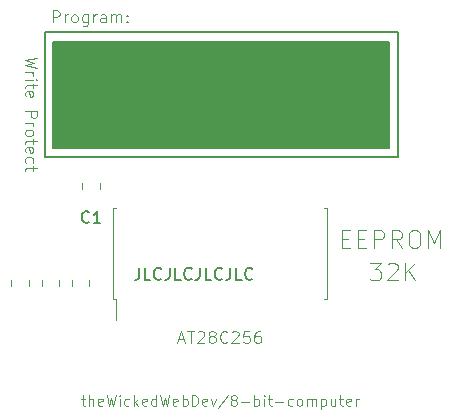
<source format=gbr>
%TF.GenerationSoftware,KiCad,Pcbnew,(6.0.0-0)*%
%TF.CreationDate,2022-02-10T00:31:09-05:00*%
%TF.ProjectId,ROM-Cartridge,524f4d2d-4361-4727-9472-696467652e6b,rev?*%
%TF.SameCoordinates,Original*%
%TF.FileFunction,Legend,Top*%
%TF.FilePolarity,Positive*%
%FSLAX46Y46*%
G04 Gerber Fmt 4.6, Leading zero omitted, Abs format (unit mm)*
G04 Created by KiCad (PCBNEW (6.0.0-0)) date 2022-02-10 00:31:09*
%MOMM*%
%LPD*%
G01*
G04 APERTURE LIST*
%ADD10C,0.100000*%
%ADD11C,0.150000*%
%ADD12C,0.120000*%
G04 APERTURE END LIST*
D10*
X105507619Y-88138095D02*
X104507619Y-88376190D01*
X105221904Y-88566666D01*
X104507619Y-88757142D01*
X105507619Y-88995238D01*
X104507619Y-89376190D02*
X105174285Y-89376190D01*
X104983809Y-89376190D02*
X105079047Y-89423809D01*
X105126666Y-89471428D01*
X105174285Y-89566666D01*
X105174285Y-89661904D01*
X104507619Y-89995238D02*
X105174285Y-89995238D01*
X105507619Y-89995238D02*
X105460000Y-89947619D01*
X105412380Y-89995238D01*
X105460000Y-90042857D01*
X105507619Y-89995238D01*
X105412380Y-89995238D01*
X105174285Y-90328571D02*
X105174285Y-90709523D01*
X105507619Y-90471428D02*
X104650476Y-90471428D01*
X104555238Y-90519047D01*
X104507619Y-90614285D01*
X104507619Y-90709523D01*
X104555238Y-91423809D02*
X104507619Y-91328571D01*
X104507619Y-91138095D01*
X104555238Y-91042857D01*
X104650476Y-90995238D01*
X105031428Y-90995238D01*
X105126666Y-91042857D01*
X105174285Y-91138095D01*
X105174285Y-91328571D01*
X105126666Y-91423809D01*
X105031428Y-91471428D01*
X104936190Y-91471428D01*
X104840952Y-90995238D01*
X104507619Y-92661904D02*
X105507619Y-92661904D01*
X105507619Y-93042857D01*
X105460000Y-93138095D01*
X105412380Y-93185714D01*
X105317142Y-93233333D01*
X105174285Y-93233333D01*
X105079047Y-93185714D01*
X105031428Y-93138095D01*
X104983809Y-93042857D01*
X104983809Y-92661904D01*
X104507619Y-93661904D02*
X105174285Y-93661904D01*
X104983809Y-93661904D02*
X105079047Y-93709523D01*
X105126666Y-93757142D01*
X105174285Y-93852380D01*
X105174285Y-93947619D01*
X104507619Y-94423809D02*
X104555238Y-94328571D01*
X104602857Y-94280952D01*
X104698095Y-94233333D01*
X104983809Y-94233333D01*
X105079047Y-94280952D01*
X105126666Y-94328571D01*
X105174285Y-94423809D01*
X105174285Y-94566666D01*
X105126666Y-94661904D01*
X105079047Y-94709523D01*
X104983809Y-94757142D01*
X104698095Y-94757142D01*
X104602857Y-94709523D01*
X104555238Y-94661904D01*
X104507619Y-94566666D01*
X104507619Y-94423809D01*
X105174285Y-95042857D02*
X105174285Y-95423809D01*
X105507619Y-95185714D02*
X104650476Y-95185714D01*
X104555238Y-95233333D01*
X104507619Y-95328571D01*
X104507619Y-95423809D01*
X104555238Y-96138095D02*
X104507619Y-96042857D01*
X104507619Y-95852380D01*
X104555238Y-95757142D01*
X104650476Y-95709523D01*
X105031428Y-95709523D01*
X105126666Y-95757142D01*
X105174285Y-95852380D01*
X105174285Y-96042857D01*
X105126666Y-96138095D01*
X105031428Y-96185714D01*
X104936190Y-96185714D01*
X104840952Y-95709523D01*
X104555238Y-97042857D02*
X104507619Y-96947619D01*
X104507619Y-96757142D01*
X104555238Y-96661904D01*
X104602857Y-96614285D01*
X104698095Y-96566666D01*
X104983809Y-96566666D01*
X105079047Y-96614285D01*
X105126666Y-96661904D01*
X105174285Y-96757142D01*
X105174285Y-96947619D01*
X105126666Y-97042857D01*
X105174285Y-97328571D02*
X105174285Y-97709523D01*
X105507619Y-97471428D02*
X104650476Y-97471428D01*
X104555238Y-97519047D01*
X104507619Y-97614285D01*
X104507619Y-97709523D01*
X106847142Y-85142380D02*
X106847142Y-84142380D01*
X107228095Y-84142380D01*
X107323333Y-84190000D01*
X107370952Y-84237619D01*
X107418571Y-84332857D01*
X107418571Y-84475714D01*
X107370952Y-84570952D01*
X107323333Y-84618571D01*
X107228095Y-84666190D01*
X106847142Y-84666190D01*
X107847142Y-85142380D02*
X107847142Y-84475714D01*
X107847142Y-84666190D02*
X107894761Y-84570952D01*
X107942380Y-84523333D01*
X108037619Y-84475714D01*
X108132857Y-84475714D01*
X108609047Y-85142380D02*
X108513809Y-85094761D01*
X108466190Y-85047142D01*
X108418571Y-84951904D01*
X108418571Y-84666190D01*
X108466190Y-84570952D01*
X108513809Y-84523333D01*
X108609047Y-84475714D01*
X108751904Y-84475714D01*
X108847142Y-84523333D01*
X108894761Y-84570952D01*
X108942380Y-84666190D01*
X108942380Y-84951904D01*
X108894761Y-85047142D01*
X108847142Y-85094761D01*
X108751904Y-85142380D01*
X108609047Y-85142380D01*
X109799523Y-84475714D02*
X109799523Y-85285238D01*
X109751904Y-85380476D01*
X109704285Y-85428095D01*
X109609047Y-85475714D01*
X109466190Y-85475714D01*
X109370952Y-85428095D01*
X109799523Y-85094761D02*
X109704285Y-85142380D01*
X109513809Y-85142380D01*
X109418571Y-85094761D01*
X109370952Y-85047142D01*
X109323333Y-84951904D01*
X109323333Y-84666190D01*
X109370952Y-84570952D01*
X109418571Y-84523333D01*
X109513809Y-84475714D01*
X109704285Y-84475714D01*
X109799523Y-84523333D01*
X110275714Y-85142380D02*
X110275714Y-84475714D01*
X110275714Y-84666190D02*
X110323333Y-84570952D01*
X110370952Y-84523333D01*
X110466190Y-84475714D01*
X110561428Y-84475714D01*
X111323333Y-85142380D02*
X111323333Y-84618571D01*
X111275714Y-84523333D01*
X111180476Y-84475714D01*
X110990000Y-84475714D01*
X110894761Y-84523333D01*
X111323333Y-85094761D02*
X111228095Y-85142380D01*
X110990000Y-85142380D01*
X110894761Y-85094761D01*
X110847142Y-84999523D01*
X110847142Y-84904285D01*
X110894761Y-84809047D01*
X110990000Y-84761428D01*
X111228095Y-84761428D01*
X111323333Y-84713809D01*
X111799523Y-85142380D02*
X111799523Y-84475714D01*
X111799523Y-84570952D02*
X111847142Y-84523333D01*
X111942380Y-84475714D01*
X112085238Y-84475714D01*
X112180476Y-84523333D01*
X112228095Y-84618571D01*
X112228095Y-85142380D01*
X112228095Y-84618571D02*
X112275714Y-84523333D01*
X112370952Y-84475714D01*
X112513809Y-84475714D01*
X112609047Y-84523333D01*
X112656666Y-84618571D01*
X112656666Y-85142380D01*
X113132857Y-85047142D02*
X113180476Y-85094761D01*
X113132857Y-85142380D01*
X113085238Y-85094761D01*
X113132857Y-85047142D01*
X113132857Y-85142380D01*
X113132857Y-84523333D02*
X113180476Y-84570952D01*
X113132857Y-84618571D01*
X113085238Y-84570952D01*
X113132857Y-84523333D01*
X113132857Y-84618571D01*
D11*
X114160952Y-105932380D02*
X114160952Y-106646666D01*
X114113333Y-106789523D01*
X114018095Y-106884761D01*
X113875238Y-106932380D01*
X113780000Y-106932380D01*
X115113333Y-106932380D02*
X114637142Y-106932380D01*
X114637142Y-105932380D01*
X116018095Y-106837142D02*
X115970476Y-106884761D01*
X115827619Y-106932380D01*
X115732380Y-106932380D01*
X115589523Y-106884761D01*
X115494285Y-106789523D01*
X115446666Y-106694285D01*
X115399047Y-106503809D01*
X115399047Y-106360952D01*
X115446666Y-106170476D01*
X115494285Y-106075238D01*
X115589523Y-105980000D01*
X115732380Y-105932380D01*
X115827619Y-105932380D01*
X115970476Y-105980000D01*
X116018095Y-106027619D01*
X116732380Y-105932380D02*
X116732380Y-106646666D01*
X116684761Y-106789523D01*
X116589523Y-106884761D01*
X116446666Y-106932380D01*
X116351428Y-106932380D01*
X117684761Y-106932380D02*
X117208571Y-106932380D01*
X117208571Y-105932380D01*
X118589523Y-106837142D02*
X118541904Y-106884761D01*
X118399047Y-106932380D01*
X118303809Y-106932380D01*
X118160952Y-106884761D01*
X118065714Y-106789523D01*
X118018095Y-106694285D01*
X117970476Y-106503809D01*
X117970476Y-106360952D01*
X118018095Y-106170476D01*
X118065714Y-106075238D01*
X118160952Y-105980000D01*
X118303809Y-105932380D01*
X118399047Y-105932380D01*
X118541904Y-105980000D01*
X118589523Y-106027619D01*
X119303809Y-105932380D02*
X119303809Y-106646666D01*
X119256190Y-106789523D01*
X119160952Y-106884761D01*
X119018095Y-106932380D01*
X118922857Y-106932380D01*
X120256190Y-106932380D02*
X119780000Y-106932380D01*
X119780000Y-105932380D01*
X121160952Y-106837142D02*
X121113333Y-106884761D01*
X120970476Y-106932380D01*
X120875238Y-106932380D01*
X120732380Y-106884761D01*
X120637142Y-106789523D01*
X120589523Y-106694285D01*
X120541904Y-106503809D01*
X120541904Y-106360952D01*
X120589523Y-106170476D01*
X120637142Y-106075238D01*
X120732380Y-105980000D01*
X120875238Y-105932380D01*
X120970476Y-105932380D01*
X121113333Y-105980000D01*
X121160952Y-106027619D01*
X121875238Y-105932380D02*
X121875238Y-106646666D01*
X121827619Y-106789523D01*
X121732380Y-106884761D01*
X121589523Y-106932380D01*
X121494285Y-106932380D01*
X122827619Y-106932380D02*
X122351428Y-106932380D01*
X122351428Y-105932380D01*
X123732380Y-106837142D02*
X123684761Y-106884761D01*
X123541904Y-106932380D01*
X123446666Y-106932380D01*
X123303809Y-106884761D01*
X123208571Y-106789523D01*
X123160952Y-106694285D01*
X123113333Y-106503809D01*
X123113333Y-106360952D01*
X123160952Y-106170476D01*
X123208571Y-106075238D01*
X123303809Y-105980000D01*
X123446666Y-105932380D01*
X123541904Y-105932380D01*
X123684761Y-105980000D01*
X123732380Y-106027619D01*
D10*
X109257142Y-117017142D02*
X109600000Y-117017142D01*
X109385714Y-116717142D02*
X109385714Y-117488571D01*
X109428571Y-117574285D01*
X109514285Y-117617142D01*
X109600000Y-117617142D01*
X109900000Y-117617142D02*
X109900000Y-116717142D01*
X110285714Y-117617142D02*
X110285714Y-117145714D01*
X110242857Y-117060000D01*
X110157142Y-117017142D01*
X110028571Y-117017142D01*
X109942857Y-117060000D01*
X109900000Y-117102857D01*
X111057142Y-117574285D02*
X110971428Y-117617142D01*
X110800000Y-117617142D01*
X110714285Y-117574285D01*
X110671428Y-117488571D01*
X110671428Y-117145714D01*
X110714285Y-117060000D01*
X110800000Y-117017142D01*
X110971428Y-117017142D01*
X111057142Y-117060000D01*
X111100000Y-117145714D01*
X111100000Y-117231428D01*
X110671428Y-117317142D01*
X111400000Y-116717142D02*
X111614285Y-117617142D01*
X111785714Y-116974285D01*
X111957142Y-117617142D01*
X112171428Y-116717142D01*
X112514285Y-117617142D02*
X112514285Y-117017142D01*
X112514285Y-116717142D02*
X112471428Y-116760000D01*
X112514285Y-116802857D01*
X112557142Y-116760000D01*
X112514285Y-116717142D01*
X112514285Y-116802857D01*
X113328571Y-117574285D02*
X113242857Y-117617142D01*
X113071428Y-117617142D01*
X112985714Y-117574285D01*
X112942857Y-117531428D01*
X112900000Y-117445714D01*
X112900000Y-117188571D01*
X112942857Y-117102857D01*
X112985714Y-117060000D01*
X113071428Y-117017142D01*
X113242857Y-117017142D01*
X113328571Y-117060000D01*
X113714285Y-117617142D02*
X113714285Y-116717142D01*
X113800000Y-117274285D02*
X114057142Y-117617142D01*
X114057142Y-117017142D02*
X113714285Y-117360000D01*
X114785714Y-117574285D02*
X114700000Y-117617142D01*
X114528571Y-117617142D01*
X114442857Y-117574285D01*
X114400000Y-117488571D01*
X114400000Y-117145714D01*
X114442857Y-117060000D01*
X114528571Y-117017142D01*
X114700000Y-117017142D01*
X114785714Y-117060000D01*
X114828571Y-117145714D01*
X114828571Y-117231428D01*
X114400000Y-117317142D01*
X115600000Y-117617142D02*
X115600000Y-116717142D01*
X115600000Y-117574285D02*
X115514285Y-117617142D01*
X115342857Y-117617142D01*
X115257142Y-117574285D01*
X115214285Y-117531428D01*
X115171428Y-117445714D01*
X115171428Y-117188571D01*
X115214285Y-117102857D01*
X115257142Y-117060000D01*
X115342857Y-117017142D01*
X115514285Y-117017142D01*
X115600000Y-117060000D01*
X115942857Y-116717142D02*
X116157142Y-117617142D01*
X116328571Y-116974285D01*
X116500000Y-117617142D01*
X116714285Y-116717142D01*
X117400000Y-117574285D02*
X117314285Y-117617142D01*
X117142857Y-117617142D01*
X117057142Y-117574285D01*
X117014285Y-117488571D01*
X117014285Y-117145714D01*
X117057142Y-117060000D01*
X117142857Y-117017142D01*
X117314285Y-117017142D01*
X117400000Y-117060000D01*
X117442857Y-117145714D01*
X117442857Y-117231428D01*
X117014285Y-117317142D01*
X117828571Y-117617142D02*
X117828571Y-116717142D01*
X117828571Y-117060000D02*
X117914285Y-117017142D01*
X118085714Y-117017142D01*
X118171428Y-117060000D01*
X118214285Y-117102857D01*
X118257142Y-117188571D01*
X118257142Y-117445714D01*
X118214285Y-117531428D01*
X118171428Y-117574285D01*
X118085714Y-117617142D01*
X117914285Y-117617142D01*
X117828571Y-117574285D01*
X118642857Y-117617142D02*
X118642857Y-116717142D01*
X118857142Y-116717142D01*
X118985714Y-116760000D01*
X119071428Y-116845714D01*
X119114285Y-116931428D01*
X119157142Y-117102857D01*
X119157142Y-117231428D01*
X119114285Y-117402857D01*
X119071428Y-117488571D01*
X118985714Y-117574285D01*
X118857142Y-117617142D01*
X118642857Y-117617142D01*
X119885714Y-117574285D02*
X119800000Y-117617142D01*
X119628571Y-117617142D01*
X119542857Y-117574285D01*
X119500000Y-117488571D01*
X119500000Y-117145714D01*
X119542857Y-117060000D01*
X119628571Y-117017142D01*
X119800000Y-117017142D01*
X119885714Y-117060000D01*
X119928571Y-117145714D01*
X119928571Y-117231428D01*
X119500000Y-117317142D01*
X120228571Y-117017142D02*
X120442857Y-117617142D01*
X120657142Y-117017142D01*
X121642857Y-116674285D02*
X120871428Y-117831428D01*
X122071428Y-117102857D02*
X121985714Y-117060000D01*
X121942857Y-117017142D01*
X121900000Y-116931428D01*
X121900000Y-116888571D01*
X121942857Y-116802857D01*
X121985714Y-116760000D01*
X122071428Y-116717142D01*
X122242857Y-116717142D01*
X122328571Y-116760000D01*
X122371428Y-116802857D01*
X122414285Y-116888571D01*
X122414285Y-116931428D01*
X122371428Y-117017142D01*
X122328571Y-117060000D01*
X122242857Y-117102857D01*
X122071428Y-117102857D01*
X121985714Y-117145714D01*
X121942857Y-117188571D01*
X121900000Y-117274285D01*
X121900000Y-117445714D01*
X121942857Y-117531428D01*
X121985714Y-117574285D01*
X122071428Y-117617142D01*
X122242857Y-117617142D01*
X122328571Y-117574285D01*
X122371428Y-117531428D01*
X122414285Y-117445714D01*
X122414285Y-117274285D01*
X122371428Y-117188571D01*
X122328571Y-117145714D01*
X122242857Y-117102857D01*
X122800000Y-117274285D02*
X123485714Y-117274285D01*
X123914285Y-117617142D02*
X123914285Y-116717142D01*
X123914285Y-117060000D02*
X124000000Y-117017142D01*
X124171428Y-117017142D01*
X124257142Y-117060000D01*
X124300000Y-117102857D01*
X124342857Y-117188571D01*
X124342857Y-117445714D01*
X124300000Y-117531428D01*
X124257142Y-117574285D01*
X124171428Y-117617142D01*
X124000000Y-117617142D01*
X123914285Y-117574285D01*
X124728571Y-117617142D02*
X124728571Y-117017142D01*
X124728571Y-116717142D02*
X124685714Y-116760000D01*
X124728571Y-116802857D01*
X124771428Y-116760000D01*
X124728571Y-116717142D01*
X124728571Y-116802857D01*
X125028571Y-117017142D02*
X125371428Y-117017142D01*
X125157142Y-116717142D02*
X125157142Y-117488571D01*
X125200000Y-117574285D01*
X125285714Y-117617142D01*
X125371428Y-117617142D01*
X125671428Y-117274285D02*
X126357142Y-117274285D01*
X127171428Y-117574285D02*
X127085714Y-117617142D01*
X126914285Y-117617142D01*
X126828571Y-117574285D01*
X126785714Y-117531428D01*
X126742857Y-117445714D01*
X126742857Y-117188571D01*
X126785714Y-117102857D01*
X126828571Y-117060000D01*
X126914285Y-117017142D01*
X127085714Y-117017142D01*
X127171428Y-117060000D01*
X127685714Y-117617142D02*
X127600000Y-117574285D01*
X127557142Y-117531428D01*
X127514285Y-117445714D01*
X127514285Y-117188571D01*
X127557142Y-117102857D01*
X127600000Y-117060000D01*
X127685714Y-117017142D01*
X127814285Y-117017142D01*
X127900000Y-117060000D01*
X127942857Y-117102857D01*
X127985714Y-117188571D01*
X127985714Y-117445714D01*
X127942857Y-117531428D01*
X127900000Y-117574285D01*
X127814285Y-117617142D01*
X127685714Y-117617142D01*
X128371428Y-117617142D02*
X128371428Y-117017142D01*
X128371428Y-117102857D02*
X128414285Y-117060000D01*
X128500000Y-117017142D01*
X128628571Y-117017142D01*
X128714285Y-117060000D01*
X128757142Y-117145714D01*
X128757142Y-117617142D01*
X128757142Y-117145714D02*
X128800000Y-117060000D01*
X128885714Y-117017142D01*
X129014285Y-117017142D01*
X129100000Y-117060000D01*
X129142857Y-117145714D01*
X129142857Y-117617142D01*
X129571428Y-117017142D02*
X129571428Y-117917142D01*
X129571428Y-117060000D02*
X129657142Y-117017142D01*
X129828571Y-117017142D01*
X129914285Y-117060000D01*
X129957142Y-117102857D01*
X130000000Y-117188571D01*
X130000000Y-117445714D01*
X129957142Y-117531428D01*
X129914285Y-117574285D01*
X129828571Y-117617142D01*
X129657142Y-117617142D01*
X129571428Y-117574285D01*
X130771428Y-117017142D02*
X130771428Y-117617142D01*
X130385714Y-117017142D02*
X130385714Y-117488571D01*
X130428571Y-117574285D01*
X130514285Y-117617142D01*
X130642857Y-117617142D01*
X130728571Y-117574285D01*
X130771428Y-117531428D01*
X131071428Y-117017142D02*
X131414285Y-117017142D01*
X131199999Y-116717142D02*
X131199999Y-117488571D01*
X131242857Y-117574285D01*
X131328571Y-117617142D01*
X131414285Y-117617142D01*
X132057142Y-117574285D02*
X131971428Y-117617142D01*
X131799999Y-117617142D01*
X131714285Y-117574285D01*
X131671428Y-117488571D01*
X131671428Y-117145714D01*
X131714285Y-117060000D01*
X131799999Y-117017142D01*
X131971428Y-117017142D01*
X132057142Y-117060000D01*
X132099999Y-117145714D01*
X132099999Y-117231428D01*
X131671428Y-117317142D01*
X132485714Y-117617142D02*
X132485714Y-117017142D01*
X132485714Y-117188571D02*
X132528571Y-117102857D01*
X132571428Y-117060000D01*
X132657142Y-117017142D01*
X132742857Y-117017142D01*
D11*
X106150000Y-85970000D02*
X136050000Y-85970000D01*
X136050000Y-85970000D02*
X136050000Y-96570000D01*
X136050000Y-96570000D02*
X106150000Y-96570000D01*
X106150000Y-96570000D02*
X106150000Y-85970000D01*
X106850000Y-86770000D02*
X135350000Y-86770000D01*
X135350000Y-86770000D02*
X135350000Y-95770000D01*
X135350000Y-95770000D02*
X106850000Y-95770000D01*
X106850000Y-95770000D02*
X106850000Y-86770000D01*
G36*
X106850000Y-86770000D02*
G01*
X135350000Y-86770000D01*
X135350000Y-95770000D01*
X106850000Y-95770000D01*
X106850000Y-86770000D01*
G37*
%TO.C,C1*%
X109913333Y-102037142D02*
X109865714Y-102084761D01*
X109722857Y-102132380D01*
X109627619Y-102132380D01*
X109484761Y-102084761D01*
X109389523Y-101989523D01*
X109341904Y-101894285D01*
X109294285Y-101703809D01*
X109294285Y-101560952D01*
X109341904Y-101370476D01*
X109389523Y-101275238D01*
X109484761Y-101180000D01*
X109627619Y-101132380D01*
X109722857Y-101132380D01*
X109865714Y-101180000D01*
X109913333Y-101227619D01*
X110865714Y-102132380D02*
X110294285Y-102132380D01*
X110580000Y-102132380D02*
X110580000Y-101132380D01*
X110484761Y-101275238D01*
X110389523Y-101370476D01*
X110294285Y-101418095D01*
D10*
%TO.C,U1*%
X117480000Y-111996666D02*
X117956190Y-111996666D01*
X117384761Y-112282380D02*
X117718095Y-111282380D01*
X118051428Y-112282380D01*
X118241904Y-111282380D02*
X118813333Y-111282380D01*
X118527619Y-112282380D02*
X118527619Y-111282380D01*
X119099047Y-111377619D02*
X119146666Y-111330000D01*
X119241904Y-111282380D01*
X119480000Y-111282380D01*
X119575238Y-111330000D01*
X119622857Y-111377619D01*
X119670476Y-111472857D01*
X119670476Y-111568095D01*
X119622857Y-111710952D01*
X119051428Y-112282380D01*
X119670476Y-112282380D01*
X120241904Y-111710952D02*
X120146666Y-111663333D01*
X120099047Y-111615714D01*
X120051428Y-111520476D01*
X120051428Y-111472857D01*
X120099047Y-111377619D01*
X120146666Y-111330000D01*
X120241904Y-111282380D01*
X120432380Y-111282380D01*
X120527619Y-111330000D01*
X120575238Y-111377619D01*
X120622857Y-111472857D01*
X120622857Y-111520476D01*
X120575238Y-111615714D01*
X120527619Y-111663333D01*
X120432380Y-111710952D01*
X120241904Y-111710952D01*
X120146666Y-111758571D01*
X120099047Y-111806190D01*
X120051428Y-111901428D01*
X120051428Y-112091904D01*
X120099047Y-112187142D01*
X120146666Y-112234761D01*
X120241904Y-112282380D01*
X120432380Y-112282380D01*
X120527619Y-112234761D01*
X120575238Y-112187142D01*
X120622857Y-112091904D01*
X120622857Y-111901428D01*
X120575238Y-111806190D01*
X120527619Y-111758571D01*
X120432380Y-111710952D01*
X121622857Y-112187142D02*
X121575238Y-112234761D01*
X121432380Y-112282380D01*
X121337142Y-112282380D01*
X121194285Y-112234761D01*
X121099047Y-112139523D01*
X121051428Y-112044285D01*
X121003809Y-111853809D01*
X121003809Y-111710952D01*
X121051428Y-111520476D01*
X121099047Y-111425238D01*
X121194285Y-111330000D01*
X121337142Y-111282380D01*
X121432380Y-111282380D01*
X121575238Y-111330000D01*
X121622857Y-111377619D01*
X122003809Y-111377619D02*
X122051428Y-111330000D01*
X122146666Y-111282380D01*
X122384761Y-111282380D01*
X122480000Y-111330000D01*
X122527619Y-111377619D01*
X122575238Y-111472857D01*
X122575238Y-111568095D01*
X122527619Y-111710952D01*
X121956190Y-112282380D01*
X122575238Y-112282380D01*
X123480000Y-111282380D02*
X123003809Y-111282380D01*
X122956190Y-111758571D01*
X123003809Y-111710952D01*
X123099047Y-111663333D01*
X123337142Y-111663333D01*
X123432380Y-111710952D01*
X123480000Y-111758571D01*
X123527619Y-111853809D01*
X123527619Y-112091904D01*
X123480000Y-112187142D01*
X123432380Y-112234761D01*
X123337142Y-112282380D01*
X123099047Y-112282380D01*
X123003809Y-112234761D01*
X122956190Y-112187142D01*
X124384761Y-111282380D02*
X124194285Y-111282380D01*
X124099047Y-111330000D01*
X124051428Y-111377619D01*
X123956190Y-111520476D01*
X123908571Y-111710952D01*
X123908571Y-112091904D01*
X123956190Y-112187142D01*
X124003809Y-112234761D01*
X124099047Y-112282380D01*
X124289523Y-112282380D01*
X124384761Y-112234761D01*
X124432380Y-112187142D01*
X124480000Y-112091904D01*
X124480000Y-111853809D01*
X124432380Y-111758571D01*
X124384761Y-111710952D01*
X124289523Y-111663333D01*
X124099047Y-111663333D01*
X124003809Y-111710952D01*
X123956190Y-111758571D01*
X123908571Y-111853809D01*
X133695714Y-105498571D02*
X134624285Y-105498571D01*
X134124285Y-106070000D01*
X134338571Y-106070000D01*
X134481428Y-106141428D01*
X134552857Y-106212857D01*
X134624285Y-106355714D01*
X134624285Y-106712857D01*
X134552857Y-106855714D01*
X134481428Y-106927142D01*
X134338571Y-106998571D01*
X133910000Y-106998571D01*
X133767142Y-106927142D01*
X133695714Y-106855714D01*
X135195714Y-105641428D02*
X135267142Y-105570000D01*
X135410000Y-105498571D01*
X135767142Y-105498571D01*
X135910000Y-105570000D01*
X135981428Y-105641428D01*
X136052857Y-105784285D01*
X136052857Y-105927142D01*
X135981428Y-106141428D01*
X135124285Y-106998571D01*
X136052857Y-106998571D01*
X136695714Y-106998571D02*
X136695714Y-105498571D01*
X137552857Y-106998571D02*
X136910000Y-106141428D01*
X137552857Y-105498571D02*
X136695714Y-106355714D01*
X131327142Y-103452857D02*
X131827142Y-103452857D01*
X132041428Y-104238571D02*
X131327142Y-104238571D01*
X131327142Y-102738571D01*
X132041428Y-102738571D01*
X132684285Y-103452857D02*
X133184285Y-103452857D01*
X133398571Y-104238571D02*
X132684285Y-104238571D01*
X132684285Y-102738571D01*
X133398571Y-102738571D01*
X134041428Y-104238571D02*
X134041428Y-102738571D01*
X134612857Y-102738571D01*
X134755714Y-102810000D01*
X134827142Y-102881428D01*
X134898571Y-103024285D01*
X134898571Y-103238571D01*
X134827142Y-103381428D01*
X134755714Y-103452857D01*
X134612857Y-103524285D01*
X134041428Y-103524285D01*
X136398571Y-104238571D02*
X135898571Y-103524285D01*
X135541428Y-104238571D02*
X135541428Y-102738571D01*
X136112857Y-102738571D01*
X136255714Y-102810000D01*
X136327142Y-102881428D01*
X136398571Y-103024285D01*
X136398571Y-103238571D01*
X136327142Y-103381428D01*
X136255714Y-103452857D01*
X136112857Y-103524285D01*
X135541428Y-103524285D01*
X137327142Y-102738571D02*
X137612857Y-102738571D01*
X137755714Y-102810000D01*
X137898571Y-102952857D01*
X137970000Y-103238571D01*
X137970000Y-103738571D01*
X137898571Y-104024285D01*
X137755714Y-104167142D01*
X137612857Y-104238571D01*
X137327142Y-104238571D01*
X137184285Y-104167142D01*
X137041428Y-104024285D01*
X136970000Y-103738571D01*
X136970000Y-103238571D01*
X137041428Y-102952857D01*
X137184285Y-102810000D01*
X137327142Y-102738571D01*
X138612857Y-104238571D02*
X138612857Y-102738571D01*
X139112857Y-103810000D01*
X139612857Y-102738571D01*
X139612857Y-104238571D01*
D12*
%TO.C,C1*%
X109355000Y-99261252D02*
X109355000Y-98738748D01*
X110825000Y-99261252D02*
X110825000Y-98738748D01*
%TO.C,U1*%
X130060000Y-104700000D02*
X130060000Y-100840000D01*
X130060000Y-100840000D02*
X129815000Y-100840000D01*
X130060000Y-104700000D02*
X130060000Y-108560000D01*
X130060000Y-108560000D02*
X129815000Y-108560000D01*
X111940000Y-104700000D02*
X111940000Y-100840000D01*
X111940000Y-100840000D02*
X112185000Y-100840000D01*
X111940000Y-104700000D02*
X111940000Y-108560000D01*
X111940000Y-108560000D02*
X112185000Y-108560000D01*
X112185000Y-108560000D02*
X112185000Y-110375000D01*
%TO.C,R3*%
X104815000Y-107437064D02*
X104815000Y-106982936D01*
X103345000Y-107437064D02*
X103345000Y-106982936D01*
%TO.C,R2*%
X107365000Y-107427064D02*
X107365000Y-106972936D01*
X105895000Y-107427064D02*
X105895000Y-106972936D01*
%TO.C,R1*%
X109915000Y-107437064D02*
X109915000Y-106982936D01*
X108445000Y-107437064D02*
X108445000Y-106982936D01*
%TD*%
M02*

</source>
